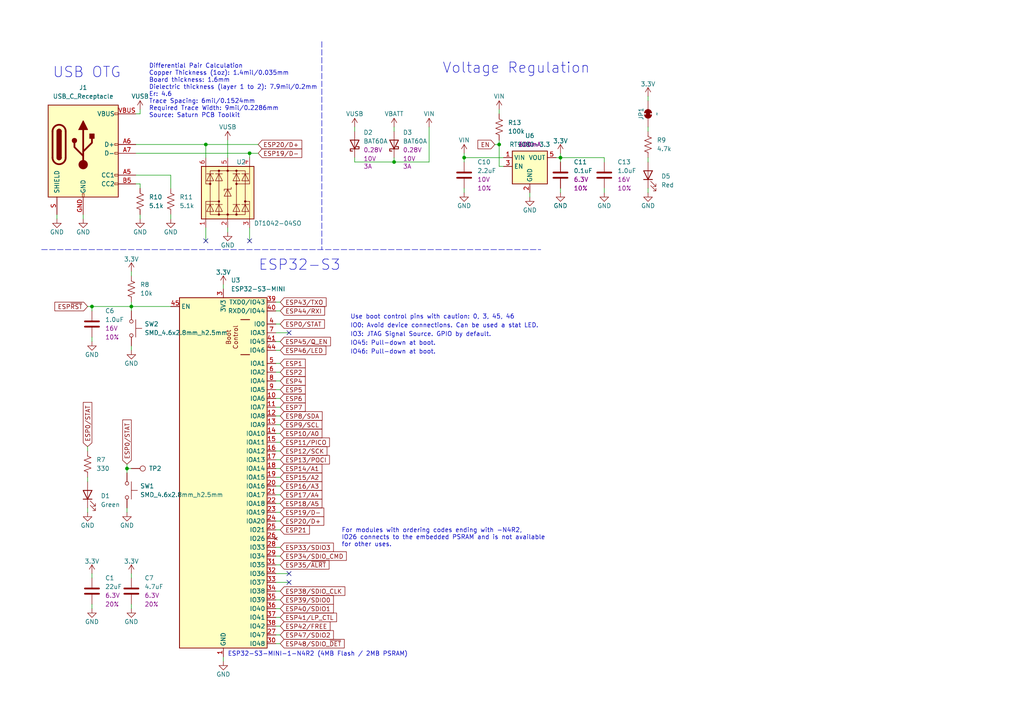
<source format=kicad_sch>
(kicad_sch (version 20250114) (generator "eeschema") (generator_version "9.0")
  (paper "A4")
  (lib_symbols
    (symbol "SparkFun-Capacitor:0.1uF_0402_6.3V_10%" (pin_numbers (hide yes)) (pin_names (offset 0.254))
      (property "Reference" "C" (at 0.635 2.54 0))
      (property "Value" "0.1uF" (at 0.635 -2.54 0))
      (property "Voltage" "6.3V" (at 0 -6.35 0))
      (property "Tolerance" "10%" (at 0 -8.89 0))
      (symbol "0.1uF_0402_6.3V_10%_1_1"
        (pin passive line (at 0 3.81 270) (length 2.794) (name "~") (number "1"))
        (pin passive line (at 0 -3.81 90) (length 2.794) (name "~") (number "2"))
      )
    )
    (symbol "SparkFun-Capacitor:1.0uF_0402_16V_10%" (pin_numbers (hide yes)) (pin_names (offset 0.254))
      (property "Reference" "C" (at 0.635 2.54 0))
      (property "Value" "1.0uF" (at 0.635 -2.54 0))
      (property "Voltage" "16V" (at 0 -6.35 0))
      (property "Tolerance" "10%" (at 0 -8.89 0))
      (symbol "1.0uF_0402_16V_10%_1_1"
        (pin passive line (at 0 3.81 270) (length 2.794) (name "~") (number "1"))
        (pin passive line (at 0 -3.81 90) (length 2.794) (name "~") (number "2"))
      )
    )
    (symbol "SparkFun-Capacitor:2.2uF_0402_10V_10%" (pin_numbers (hide yes)) (pin_names (offset 0.254))
      (property "Reference" "C" (at 0.635 2.54 0))
      (property "Value" "2.2uF" (at 0.635 -2.54 0))
      (property "Voltage" "10V" (at 0 -6.35 0))
      (property "Tolerance" "10%" (at 0 -8.89 0))
      (symbol "2.2uF_0402_10V_10%_1_1"
        (pin passive line (at 0 3.81 270) (length 2.794) (name "~") (number "1"))
        (pin passive line (at 0 -3.81 90) (length 2.794) (name "~") (number "2"))
      )
    )
    (symbol "SparkFun-Capacitor:22uF_0603_6.3V_20%" (pin_numbers (hide yes)) (pin_names (offset 0.254))
      (property "Reference" "C" (at 0.635 2.54 0))
      (property "Value" "22uF" (at 0.635 -2.54 0))
      (property "Voltage" "6.3V" (at 0 -6.35 0))
      (property "Tolerance" "20%" (at 0 -8.89 0))
      (symbol "22uF_0603_6.3V_20%_1_1"
        (pin passive line (at 0 3.81 270) (length 2.794) (name "~") (number "1"))
        (pin passive line (at 0 -3.81 90) (length 2.794) (name "~") (number "2"))
      )
    )
    (symbol "SparkFun-Capacitor:4.7uF_0402_6.3V_10%" (pin_numbers (hide yes)) (pin_names (offset 0.254))
      (property "Reference" "C" (at 0.635 2.54 0))
      (property "Value" "4.7uF" (at 0.635 -2.54 0))
      (property "Voltage" "6.3V" (at 0 -6.35 0))
      (property "Tolerance" "20%" (at 0 -8.89 0))
      (symbol "4.7uF_0402_6.3V_10%_1_1"
        (pin passive line (at 0 3.81 270) (length 2.794) (name "~") (number "1"))
        (pin passive line (at 0 -3.81 90) (length 2.794) (name "~") (number "2"))
      )
    )
    (symbol "SparkFun-Connector:TestPoint_1.0mm" (pin_numbers (hide yes)) (pin_names (offset 0.762) (hide yes))
      (property "Reference" "TP" (at 0 5.08 0))
      (symbol "TestPoint_1.0mm_1_1"
        (pin passive line (at 0 0 90) (length 2.54) (name "1") (number "1"))
      )
    )
    (symbol "SparkFun-Connector:USB_C_Receptacle" (pin_names (offset 1.016))
      (property "Reference" "J" (at -10.16 12.7 0))
      (property "Value" "USB_C_Receptacle" (at 19.05 12.7 0))
      (symbol "USB_C_Receptacle_1_1"
        (pin passive line (at -7.62 -20.32 90) (length 5.08) (name "SHIELD") (number "S"))
        (pin no_connect line (at -5.08 -15.24 90) (length 5.08) (hide yes) (name "NC") (number "NC1"))
        (pin no_connect line (at -3.81 -15.24 90) (length 5.08) (hide yes) (name "NC") (number "NC2"))
        (pin no_connect line (at -2.54 -15.24 90) (length 5.08) (hide yes) (name "NC") (number "NC3"))
        (pin passive line (at 0 -20.32 90) (length 5.08) (name "GND") (number "GND"))
        (pin no_connect line (at 2.54 -15.24 90) (length 5.08) (hide yes) (name "NC") (number "A8"))
        (pin no_connect line (at 3.81 -15.24 90) (length 5.08) (hide yes) (name "NC") (number "B8"))
        (pin power_out line (at 15.24 8.89 180) (length 5.08) (name "VBUS") (number "VBUS"))
        (pin bidirectional line (at 15.24 0 180) (length 5.08) (name "D+") (number "A6"))
        (pin bidirectional line (at 15.24 0 180) (length 5.08) (hide yes) (name "D+") (number "B6"))
        (pin bidirectional line (at 15.24 -2.54 180) (length 5.08) (name "D-") (number "A7"))
        (pin bidirectional line (at 15.24 -2.54 180) (length 5.08) (hide yes) (name "D-") (number "B7"))
        (pin bidirectional line (at 15.24 -8.89 180) (length 5.08) (name "CC1") (number "A5"))
        (pin bidirectional line (at 15.24 -11.43 180) (length 5.08) (name "CC2") (number "B5"))
      )
    )
    (symbol "SparkFun-DiscreteSemi:D_Schottky_3A_10V_0.28V" (pin_numbers (hide yes)) (pin_names (offset 1.016) (hide yes))
      (property "Reference" "D" (at 0 2.54 0))
      (property "Value" "BAT60A" (at 0 -2.54 0))
      (property "IMax" "3A" (at 0 -5.08 0))
      (property "VDrop" "0.28V" (at 0 -10.16 0))
      (property "VMax" "10V" (at 0 -7.62 0))
      (symbol "D_Schottky_3A_10V_0.28V_1_1"
        (pin passive line (at -3.81 0 0) (length 2.54) (name "C") (number "C"))
        (pin passive line (at 3.81 0 180) (length 2.54) (name "A") (number "A"))
      )
    )
    (symbol "SparkFun-DiscreteSemi:D_TVS_ESD_USB" (pin_names (hide yes))
      (property "Reference" "D" (at -8.636 -2.794 90))
      (property "Value" "DT1042-04SO" (at 9.398 -8.382 90))
      (symbol "D_TVS_ESD_USB_1_1"
        (pin passive line (at -6.35 8.89 270) (length 2.54) (name "I/O4") (number "6"))
        (pin passive line (at -6.35 -11.43 90) (length 2.54) (name "I/O1") (number "1"))
        (pin passive line (at 0 8.89 270) (length 2.54) (name "VCC") (number "5"))
        (pin passive line (at 0 -11.43 90) (length 2.54) (name "GND") (number "2"))
        (pin passive line (at 6.35 8.89 270) (length 2.54) (name "I/O3") (number "4"))
        (pin passive line (at 6.35 -11.43 90) (length 2.54) (name "I/O2") (number "3"))
      )
    )
    (symbol "SparkFun-Jumper:SolderJumper_2_Bridged" (pin_numbers (hide yes)) (pin_names (offset 0) (hide yes))
      (property "Reference" "JP" (at 0 2.032 0))
      (property "Value" "~" (at 0 -2.54 0))
      (symbol "SolderJumper_2_Bridged_1_1"
        (pin passive line (at -3.81 0 0) (length 2.54) (name "A") (number "1"))
        (pin passive line (at 3.81 0 180) (length 2.54) (name "B") (number "2"))
      )
    )
    (symbol "SparkFun-LED:LED_Green_0603" (pin_numbers (hide yes)) (pin_names (offset 1.016) (hide yes))
      (property "Reference" "D" (at 0 2.54 0))
      (property "Value" "Green" (at 0 -2.54 0))
      (symbol "LED_Green_0603_1_1"
        (pin passive line (at -3.81 0 0) (length 2.54) (name "K") (number "1"))
        (pin passive line (at 3.81 0 180) (length 2.54) (name "A") (number "2"))
      )
    )
    (symbol "SparkFun-LED:LED_Red_0603" (pin_numbers (hide yes)) (pin_names (offset 1.016) (hide yes))
      (property "Reference" "D" (at 0 2.54 0))
      (property "Value" "Red" (at 0 -2.54 0))
      (symbol "LED_Red_0603_1_1"
        (pin passive line (at -3.81 0 0) (length 2.54) (name "K") (number "1"))
        (pin passive line (at 3.81 0 180) (length 2.54) (name "A") (number "2"))
      )
    )
    (symbol "SparkFun-PowerSymbol:3.3V" (power) (pin_names (offset 0))
      (property "Value" "3.3V" (at 0 3.81 0))
      (symbol "3.3V_1_1"
        (pin power_in line (at 0 0 90) (length 0) (hide yes) (name "3.3V") (number "1"))
      )
    )
    (symbol "SparkFun-PowerSymbol:GND" (power) (pin_names (offset 0))
      (property "Value" "GND" (at 0 -3.81 0))
      (symbol "GND_1_1"
        (pin power_in line (at 0 0 270) (length 0) (hide yes) (name "GND") (number "1"))
      )
    )
    (symbol "SparkFun-PowerSymbol:VBATT" (power) (pin_names (offset 0))
      (property "Value" "VBATT" (at 0 3.81 0))
      (symbol "VBATT_1_1"
        (pin power_in line (at 0 0 90) (length 0) (hide yes) (name "VBATT") (number "1"))
      )
    )
    (symbol "SparkFun-PowerSymbol:VIN" (power) (pin_names (offset 0))
      (property "Value" "VIN" (at 0 3.81 0))
      (symbol "VIN_1_1"
        (pin power_in line (at 0 0 90) (length 0) (hide yes) (name "VIN") (number "1"))
      )
    )
    (symbol "SparkFun-PowerSymbol:VUSB" (power) (pin_names (offset 0))
      (property "Value" "VUSB" (at 0 3.81 0))
      (symbol "VUSB_1_1"
        (pin power_in line (at 0 0 90) (length 0) (hide yes) (name "VUSB") (number "1"))
      )
    )
    (symbol "SparkFun-RF:ESP32-S3-MINI"
      (property "Reference" "U" (at -12.7 48.26 0))
      (property "Value" "ESP32-S3-MINI" (at 1.27 48.26 0))
      (symbol "ESP32-S3-MINI_1_1"
        (text "Boot\nControl" (at 2.54 35.56 900) (effects (font (size 1.27 1.27))))
        (pin input line (at -15.24 44.45 0) (length 2.54) (name "EN") (number "45"))
        (pin power_in line (at 0 49.53 270) (length 2.54) (name "3V3") (number "3"))
        (pin power_in line (at 0 -57.15 90) (length 2.54) (name "GND") (number "1"))
        (pin passive line (at 0 -57.15 90) (length 2.54) (hide yes) (name "GND") (number "2"))
        (pin passive line (at 0 -57.15 90) (length 2.54) (hide yes) (name "GND") (number "42"))
        (pin passive line (at 0 -57.15 90) (length 2.54) (hide yes) (name "GND") (number "43"))
        (pin passive line (at 0 -57.15 90) (length 2.54) (hide yes) (name "GND") (number "46"))
        (pin passive line (at 0 -57.15 90) (length 2.54) (hide yes) (name "GND") (number "47"))
        (pin passive line (at 0 -57.15 90) (length 2.54) (hide yes) (name "GND") (number "48"))
        (pin passive line (at 0 -57.15 90) (length 2.54) (hide yes) (name "GND") (number "49"))
        (pin passive line (at 0 -57.15 90) (length 2.54) (hide yes) (name "GND") (number "50"))
        (pin passive line (at 0 -57.15 90) (length 2.54) (hide yes) (name "GND") (number "51"))
        (pin passive line (at 0 -57.15 90) (length 2.54) (hide yes) (name "GND") (number "52"))
        (pin passive line (at 0 -57.15 90) (length 2.54) (hide yes) (name "GND") (number "53"))
        (pin passive line (at 0 -57.15 90) (length 2.54) (hide yes) (name "GND") (number "54"))
        (pin passive line (at 0 -57.15 90) (length 2.54) (hide yes) (name "GND") (number "55"))
        (pin passive line (at 0 -57.15 90) (length 2.54) (hide yes) (name "GND") (number "56"))
        (pin passive line (at 0 -57.15 90) (length 2.54) (hide yes) (name "GND") (number "57"))
        (pin passive line (at 0 -57.15 90) (length 2.54) (hide yes) (name "GND") (number "58"))
        (pin passive line (at 0 -57.15 90) (length 2.54) (hide yes) (name "GND") (number "59"))
        (pin passive line (at 0 -57.15 90) (length 2.54) (hide yes) (name "GND") (number "60"))
        (pin passive line (at 0 -57.15 90) (length 2.54) (hide yes) (name "GND") (number "61"))
        (pin passive line (at 0 -57.15 90) (length 2.54) (hide yes) (name "GND") (number "62"))
        (pin passive line (at 0 -57.15 90) (length 2.54) (hide yes) (name "GND") (number "63"))
        (pin passive line (at 0 -57.15 90) (length 2.54) (hide yes) (name "GND") (number "64"))
        (pin passive line (at 0 -57.15 90) (length 2.54) (hide yes) (name "GND") (number "65"))
        (pin bidirectional line (at 15.24 45.72 180) (length 2.54) (name "TXD0/IO43") (number "39"))
        (pin bidirectional line (at 15.24 43.18 180) (length 2.54) (name "RXD0/IO44") (number "40"))
        (pin bidirectional line (at 15.24 39.37 180) (length 2.54) (name "IO0") (number "4"))
        (pin bidirectional line (at 15.24 36.83 180) (length 2.54) (name "IOA3") (number "7"))
        (pin bidirectional line (at 15.24 34.29 180) (length 2.54) (name "IO45") (number "41"))
        (pin bidirectional line (at 15.24 31.75 180) (length 2.54) (name "IO46") (number "44"))
        (pin bidirectional line (at 15.24 27.94 180) (length 2.54) (name "IOA1") (number "5"))
        (pin bidirectional line (at 15.24 25.4 180) (length 2.54) (name "IOA2") (number "6"))
        (pin bidirectional line (at 15.24 22.86 180) (length 2.54) (name "IOA4") (number "8"))
        (pin bidirectional line (at 15.24 20.32 180) (length 2.54) (name "IOA5") (number "9"))
        (pin bidirectional line (at 15.24 17.78 180) (length 2.54) (name "IOA6") (number "10"))
        (pin bidirectional line (at 15.24 15.24 180) (length 2.54) (name "IOA7") (number "11"))
        (pin bidirectional line (at 15.24 12.7 180) (length 2.54) (name "IOA8") (number "12"))
        (pin bidirectional line (at 15.24 10.16 180) (length 2.54) (name "IOA9") (number "13"))
        (pin bidirectional line (at 15.24 7.62 180) (length 2.54) (name "IOA10") (number "14"))
        (pin bidirectional line (at 15.24 5.08 180) (length 2.54) (name "IOA11") (number "15"))
        (pin bidirectional line (at 15.24 2.54 180) (length 2.54) (name "IOA12") (number "16"))
        (pin bidirectional line (at 15.24 0 180) (length 2.54) (name "IOA13") (number "17"))
        (pin bidirectional line (at 15.24 -2.54 180) (length 2.54) (name "IOA14") (number "18"))
        (pin bidirectional line (at 15.24 -5.08 180) (length 2.54) (name "IOA15") (number "19"))
        (pin bidirectional line (at 15.24 -7.62 180) (length 2.54) (name "IOA16") (number "20"))
        (pin bidirectional line (at 15.24 -10.16 180) (length 2.54) (name "IOA17") (number "21"))
        (pin bidirectional line (at 15.24 -12.7 180) (length 2.54) (name "IOA18") (number "22"))
        (pin bidirectional line (at 15.24 -15.24 180) (length 2.54) (name "IOA19") (number "23"))
        (pin bidirectional line (at 15.24 -17.78 180) (length 2.54) (name "IOA20") (number "24"))
        (pin bidirectional line (at 15.24 -20.32 180) (length 2.54) (name "IO21") (number "25"))
        (pin no_connect line (at 15.24 -22.86 180) (length 2.54) (name "IO26") (number "26"))
        (pin bidirectional line (at 15.24 -25.4 180) (length 2.54) (name "IO33") (number "28"))
        (pin bidirectional line (at 15.24 -27.94 180) (length 2.54) (name "IO34") (number "29"))
        (pin bidirectional line (at 15.24 -30.48 180) (length 2.54) (name "IO35") (number "31"))
        (pin bidirectional line (at 15.24 -33.02 180) (length 2.54) (name "IO36") (number "32"))
        (pin bidirectional line (at 15.24 -35.56 180) (length 2.54) (name "IO37") (number "33"))
        (pin bidirectional line (at 15.24 -38.1 180) (length 2.54) (name "IO38") (number "34"))
        (pin bidirectional line (at 15.24 -40.64 180) (length 2.54) (name "IO39") (number "35"))
        (pin bidirectional line (at 15.24 -43.18 180) (length 2.54) (name "IO40") (number "36"))
        (pin bidirectional line (at 15.24 -45.72 180) (length 2.54) (name "IO41") (number "37"))
        (pin bidirectional line (at 15.24 -48.26 180) (length 2.54) (name "IO42") (number "38"))
        (pin bidirectional line (at 15.24 -50.8 180) (length 2.54) (name "IO47") (number "27"))
        (pin bidirectional line (at 15.24 -53.34 180) (length 2.54) (name "IO48") (number "30"))
      )
    )
    (symbol "SparkFun-Regulator:RT9080-3.3"
      (property "Reference" "U3" (at 0 13.97 0))
      (property "Value" "RT9080-3.3" (at 0 11.43 0))
      (property "VMax" "5.5V" (at 0 8.89 0) (show_name))
      (property "IMax" "600mA" (at 0 6.35 0) (show_name))
      (symbol "RT9080-3.3_1_1"
        (pin power_in line (at -7.62 2.54 0) (length 2.54) (name "VIN") (number "1"))
        (pin input line (at -7.62 0 0) (length 2.54) (name "EN") (number "3"))
        (pin power_in line (at 0 -7.62 90) (length 2.54) (name "GND") (number "2"))
        (pin no_connect line (at 5.08 0 180) (length 2.54) (hide yes) (name "NC") (number "4"))
        (pin power_out line (at 7.62 2.54 180) (length 2.54) (name "VOUT") (number "5"))
      )
    )
    (symbol "SparkFun-Resistor:100k_0402" (pin_numbers (hide yes)) (pin_names (offset 0))
      (property "Reference" "R" (at 0 -2.54 0))
      (property "Value" "100k" (at 0 2.54 0))
      (symbol "100k_0402_1_1"
        (pin passive line (at -3.81 0 0) (length 1.27) (name "~") (number "2"))
        (pin passive line (at 3.81 0 180) (length 1.27) (name "~") (number "1"))
      )
    )
    (symbol "SparkFun-Resistor:10k_0402" (pin_numbers (hide yes)) (pin_names (offset 0))
      (property "Reference" "R" (at 0 -2.54 0))
      (property "Value" "10k" (at 0 2.54 0))
      (symbol "10k_0402_1_1"
        (pin passive line (at -3.81 0 0) (length 1.27) (name "~") (number "2"))
        (pin passive line (at 3.81 0 180) (length 1.27) (name "~") (number "1"))
      )
    )
    (symbol "SparkFun-Resistor:330_0402" (pin_numbers (hide yes)) (pin_names (offset 0))
      (property "Reference" "R" (at 0 -2.54 0))
      (property "Value" "330" (at 0 2.54 0))
      (symbol "330_0402_1_1"
        (pin passive line (at -3.81 0 0) (length 1.27) (name "~") (number "2"))
        (pin passive line (at 3.81 0 180) (length 1.27) (name "~") (number "1"))
      )
    )
    (symbol "SparkFun-Resistor:4.7k_0402" (pin_numbers (hide yes)) (pin_names (offset 0))
      (property "Reference" "R" (at 0 -2.54 0))
      (property "Value" "4.7k" (at 0 2.54 0))
      (symbol "4.7k_0402_1_1"
        (pin passive line (at -3.81 0 0) (length 1.27) (name "~") (number "2"))
        (pin passive line (at 3.81 0 180) (length 1.27) (name "~") (number "1"))
      )
    )
    (symbol "SparkFun-Resistor:5.1k_0402" (pin_numbers (hide yes)) (pin_names (offset 0))
      (property "Reference" "R" (at 0 -2.54 0))
      (property "Value" "5.1k" (at 0 2.54 0))
      (symbol "5.1k_0402_1_1"
        (pin passive line (at -3.81 0 0) (length 1.27) (name "~") (number "2"))
        (pin passive line (at 3.81 0 180) (length 1.27) (name "~") (number "1"))
      )
    )
    (symbol "SparkFun-Switch:SPST_Push_SMD_4.6x2.8mm_h2.5mm" (pin_numbers (hide yes)) (pin_names (offset 0) (hide yes))
      (property "Reference" "SW" (at 0 5.08 0))
      (property "Value" "SMD_4.6x2.8mm_h2.5mm" (at 0 -2.54 0))
      (symbol "SPST_Push_SMD_4.6x2.8mm_h2.5mm_0_1"
        (pin passive line (at -5.08 0 0) (length 2.54) (name "1") (number "1"))
      )
      (symbol "SPST_Push_SMD_4.6x2.8mm_h2.5mm_1_1"
        (pin passive line (at 5.08 0 180) (length 2.54) (name "2") (number "2"))
      )
    )
  )
  (text "IO0: Avoid device connections. Can be used a stat LED." (at 101.6 95.25 0) (effects (font (size 1.27 1.27)) (justify left bottom)))
  (text "IO3: JTAG Signal Source. GPIO by default." (at 101.6 97.79 0) (effects (font (size 1.27 1.27)) (justify left bottom)))
  (text "Differential Pair Calculation\nCopper Thickness (1oz): 1.4mil/0.035mm\nBoard thickness: 1.6mm\nDielectric thickness (layer 1 to 2): 7.9mil/0.2mm\nEr: 4.6\nTrace Spacing: 6mil/0.1524mm\nRequired Trace Width: 9mil/0.2286mm\nSource: Saturn PCB Toolkit" (at 43.18 34.29 0) (effects (font (size 1.27 1.27)) (justify left bottom)))
  (text "For modules with ordering codes ending with -N4R2, \nIO26 connects to the embedded PSRAM and is not available\nfor other uses." (at 99.06 158.75 0) (effects (font (size 1.27 1.27)) (justify left bottom)))
  (text "ESP32-S3-MINI-1-N4R2 (4MB Flash / 2MB PSRAM)" (at 66.04 190.5 0) (effects (font (size 1.27 1.27)) (justify left bottom)))
  (text "Voltage Regulation" (at 128.27 21.59 0) (effects (font (size 3 3)) (justify left bottom)))
  (text "IO45: Pull-down at boot." (at 101.6 100.33 0) (effects (font (size 1.27 1.27)) (justify left bottom)))
  (text "Use boot control pins with caution: 0, 3, 45, 46" (at 101.6 92.71 0) (effects (font (size 1.27 1.27)) (justify left bottom)))
  (text "ESP32-S3" (at 74.93 78.74 0) (effects (font (size 3 3)) (justify left bottom)))
  (text "IO46: Pull-down at boot." (at 101.6 102.87 0) (effects (font (size 1.27 1.27)) (justify left bottom)))
  (text "USB OTG" (at 15.24 22.86 0) (effects (font (size 3 3)) (justify left bottom)))
  (junction (at 26.67 88.9))
  (junction (at 162.56 45.72))
  (junction (at 114.3 46.99))
  (junction (at 72.39 44.45))
  (junction (at 134.62 45.72))
  (junction (at 36.83 135.89))
  (junction (at 144.78 41.91))
  (junction (at 59.69 41.91))
  (junction (at 38.1 88.9))
  (no_connect (at 83.82 168.91))
  (no_connect (at 59.69 69.85))
  (no_connect (at 83.82 166.37))
  (no_connect (at 72.39 69.85))
  (no_connect (at 83.82 96.52))
  (wire (pts (xy 114.3 46.99) (xy 124.46 46.99)))
  (wire (pts (xy 72.39 66.04) (xy 72.39 69.85)))
  (wire (pts (xy 26.67 88.9) (xy 26.67 90.17)))
  (wire (pts (xy 80.01 90.17) (xy 81.28 90.17)))
  (wire (pts (xy 80.01 133.35) (xy 81.28 133.35)))
  (wire (pts (xy 80.01 184.15) (xy 81.28 184.15)))
  (wire (pts (xy 39.37 50.8) (xy 49.53 50.8)))
  (wire (pts (xy 153.67 55.88) (xy 153.67 57.15)))
  (wire (pts (xy 38.1 176.53) (xy 38.1 175.26)))
  (wire (pts (xy 26.67 176.53) (xy 26.67 175.26)))
  (wire (pts (xy 26.67 167.64) (xy 26.67 166.37)))
  (wire (pts (xy 36.83 147.32) (xy 36.83 148.59)))
  (wire (pts (xy 80.01 168.91) (xy 83.82 168.91)))
  (wire (pts (xy 80.01 120.65) (xy 81.28 120.65)))
  (wire (pts (xy 38.1 88.9) (xy 49.53 88.9)))
  (wire (pts (xy 80.01 107.95) (xy 81.28 107.95)))
  (wire (pts (xy 80.01 173.99) (xy 81.28 173.99)))
  (wire (pts (xy 39.37 44.45) (xy 72.39 44.45)))
  (wire (pts (xy 80.01 158.75) (xy 81.28 158.75)))
  (wire (pts (xy 114.3 38.1) (xy 114.3 36.83)))
  (wire (pts (xy 36.83 135.89) (xy 36.83 137.16)))
  (wire (pts (xy 80.01 181.61) (xy 81.28 181.61)))
  (wire (pts (xy 80.01 130.81) (xy 81.28 130.81)))
  (wire (pts (xy 80.01 153.67) (xy 81.28 153.67)))
  (wire (pts (xy 80.01 138.43) (xy 81.28 138.43)))
  (wire (pts (xy 80.01 179.07) (xy 81.28 179.07)))
  (wire (pts (xy 161.29 45.72) (xy 162.56 45.72)))
  (wire (pts (xy 80.01 176.53) (xy 81.28 176.53)))
  (wire (pts (xy 39.37 53.34) (xy 40.64 53.34)))
  (wire (pts (xy 72.39 44.45) (xy 72.39 45.72)))
  (wire (pts (xy 144.78 40.64) (xy 144.78 41.91)))
  (wire (pts (xy 80.01 115.57) (xy 81.28 115.57)))
  (wire (pts (xy 143.51 41.91) (xy 144.78 41.91)))
  (wire (pts (xy 162.56 45.72) (xy 162.56 46.99)))
  (wire (pts (xy 40.64 63.5) (xy 40.64 62.23)))
  (wire (pts (xy 80.01 113.03) (xy 81.28 113.03)))
  (wire (pts (xy 162.56 44.45) (xy 162.56 45.72)))
  (wire (pts (xy 40.64 53.34) (xy 40.64 54.61)))
  (wire (pts (xy 38.1 135.89) (xy 36.83 135.89)))
  (wire (pts (xy 72.39 44.45) (xy 74.93 44.45)))
  (wire (pts (xy 26.67 97.79) (xy 26.67 99.06)))
  (wire (pts (xy 25.4 88.9) (xy 26.67 88.9)))
  (wire (pts (xy 26.67 88.9) (xy 38.1 88.9)))
  (wire (pts (xy 80.01 110.49) (xy 81.28 110.49)))
  (wire (pts (xy 24.13 62.23) (xy 24.13 63.5)))
  (wire (pts (xy 134.62 44.45) (xy 134.62 45.72)))
  (wire (pts (xy 25.4 138.43) (xy 25.4 139.7)))
  (wire (pts (xy 40.64 31.75) (xy 40.64 33.02)))
  (wire (pts (xy 64.77 82.55) (xy 64.77 83.82)))
  (wire (pts (xy 134.62 45.72) (xy 134.62 46.99)))
  (wire (pts (xy 187.96 38.1) (xy 187.96 36.83)))
  (wire (pts (xy 49.53 63.5) (xy 49.53 62.23)))
  (wire (pts (xy 80.01 186.69) (xy 81.28 186.69)))
  (wire (pts (xy 175.26 54.61) (xy 175.26 55.88)))
  (wire (pts (xy 39.37 41.91) (xy 59.69 41.91)))
  (wire (pts (xy 66.04 40.64) (xy 66.04 45.72)))
  (wire (pts (xy 80.01 125.73) (xy 81.28 125.73)))
  (wire (pts (xy 80.01 166.37) (xy 83.82 166.37)))
  (wire (pts (xy 80.01 135.89) (xy 81.28 135.89)))
  (wire (pts (xy 175.26 45.72) (xy 175.26 46.99)))
  (wire (pts (xy 134.62 54.61) (xy 134.62 55.88)))
  (wire (pts (xy 80.01 123.19) (xy 81.28 123.19)))
  (wire (pts (xy 102.87 36.83) (xy 102.87 38.1)))
  (wire (pts (xy 187.96 27.94) (xy 187.96 29.21)))
  (wire (pts (xy 146.05 48.26) (xy 144.78 48.26)))
  (wire (pts (xy 80.01 87.63) (xy 81.28 87.63)))
  (wire (pts (xy 80.01 151.13) (xy 81.28 151.13)))
  (wire (pts (xy 80.01 140.97) (xy 81.28 140.97)))
  (wire (pts (xy 187.96 54.61) (xy 187.96 55.88)))
  (wire (pts (xy 80.01 148.59) (xy 81.28 148.59)))
  (wire (pts (xy 64.77 191.77) (xy 64.77 190.5)))
  (wire (pts (xy 80.01 93.98) (xy 81.28 93.98)))
  (wire (pts (xy 49.53 50.8) (xy 49.53 54.61)))
  (wire (pts (xy 25.4 147.32) (xy 25.4 148.59)))
  (wire (pts (xy 40.64 33.02) (xy 39.37 33.02)))
  (wire (pts (xy 144.78 41.91) (xy 144.78 48.26)))
  (polyline (pts (xy 93.345 12.065) (xy 93.345 72.39)) (stroke (width 0) (type dash)))
  (wire (pts (xy 25.4 129.54) (xy 25.4 130.81)))
  (wire (pts (xy 102.87 46.99) (xy 114.3 46.99)))
  (wire (pts (xy 80.01 99.06) (xy 81.28 99.06)))
  (wire (pts (xy 80.01 146.05) (xy 81.28 146.05)))
  (wire (pts (xy 66.04 66.04) (xy 66.04 67.31)))
  (wire (pts (xy 16.51 62.23) (xy 16.51 63.5)))
  (wire (pts (xy 80.01 118.11) (xy 81.28 118.11)))
  (polyline (pts (xy 12.065 72.39) (xy 156.845 72.39)) (stroke (width 0) (type dash)))
  (wire (pts (xy 134.62 45.72) (xy 146.05 45.72)))
  (wire (pts (xy 80.01 96.52) (xy 83.82 96.52)))
  (wire (pts (xy 59.69 41.91) (xy 74.93 41.91)))
  (wire (pts (xy 102.87 45.72) (xy 102.87 46.99)))
  (wire (pts (xy 38.1 167.64) (xy 38.1 166.37)))
  (wire (pts (xy 80.01 101.6) (xy 81.28 101.6)))
  (wire (pts (xy 80.01 143.51) (xy 81.28 143.51)))
  (wire (pts (xy 80.01 105.41) (xy 81.28 105.41)))
  (wire (pts (xy 59.69 66.04) (xy 59.69 69.85)))
  (wire (pts (xy 80.01 163.83) (xy 81.28 163.83)))
  (wire (pts (xy 124.46 36.83) (xy 124.46 46.99)))
  (wire (pts (xy 80.01 171.45) (xy 81.28 171.45)))
  (wire (pts (xy 80.01 161.29) (xy 81.28 161.29)))
  (wire (pts (xy 80.01 128.27) (xy 81.28 128.27)))
  (wire (pts (xy 59.69 41.91) (xy 59.69 45.72)))
  (wire (pts (xy 114.3 45.72) (xy 114.3 46.99)))
  (wire (pts (xy 162.56 45.72) (xy 175.26 45.72)))
  (wire (pts (xy 162.56 54.61) (xy 162.56 55.88)))
  (wire (pts (xy 38.1 101.6) (xy 38.1 100.33)))
  (wire (pts (xy 36.83 134.62) (xy 36.83 135.89)))
  (wire (pts (xy 38.1 88.9) (xy 38.1 87.63)))
  (wire (pts (xy 144.78 31.75) (xy 144.78 33.02)))
  (wire (pts (xy 187.96 46.99) (xy 187.96 45.72)))
  (wire (pts (xy 38.1 88.9) (xy 38.1 90.17)))
  (wire (pts (xy 38.1 78.74) (xy 38.1 80.01)))
  (global_label "ESP13{slash}POCI" (shape input) (at 81.28 133.35 0) (property "Intersheetrefs" "${INTERSHEET_REFS}" (effects (hide yes))))
  (global_label "ESP42{slash}FREE" (shape input) (at 81.28 181.61 0) (property "Intersheetrefs" "${INTERSHEET_REFS}" (effects (hide yes))))
  (global_label "ESP33{slash}SDIO3" (shape input) (at 81.28 158.75 0) (property "Intersheetrefs" "${INTERSHEET_REFS}" (effects (hide yes))))
  (global_label "ESP5" (shape input) (at 81.28 113.03 0) (property "Intersheetrefs" "${INTERSHEET_REFS}" (effects (hide yes))))
  (global_label "ESP19{slash}D-" (shape input) (at 81.28 148.59 0) (property "Intersheetrefs" "${INTERSHEET_REFS}" (effects (hide yes))))
  (global_label "ESP45{slash}Q_EN" (shape input) (at 81.28 99.06 0) (property "Intersheetrefs" "${INTERSHEET_REFS}" (effects (hide yes))))
  (global_label "ESP43{slash}TXO" (shape input) (at 81.28 87.63 0) (property "Intersheetrefs" "${INTERSHEET_REFS}" (effects (hide yes))))
  (global_label "ESP35{slash}~{ALRT}" (shape input) (at 81.28 163.83 0) (property "Intersheetrefs" "${INTERSHEET_REFS}" (effects (hide yes))))
  (global_label "ESP11{slash}PICO" (shape input) (at 81.28 128.27 0) (property "Intersheetrefs" "${INTERSHEET_REFS}" (effects (hide yes))))
  (global_label "ESP41{slash}LP_CTL" (shape input) (at 81.28 179.07 0) (property "Intersheetrefs" "${INTERSHEET_REFS}" (effects (hide yes))))
  (global_label "ESP2" (shape input) (at 81.28 107.95 0) (property "Intersheetrefs" "${INTERSHEET_REFS}" (effects (hide yes))))
  (global_label "ESP17{slash}A4" (shape input) (at 81.28 143.51 0) (property "Intersheetrefs" "${INTERSHEET_REFS}" (effects (hide yes))))
  (global_label "ESP12{slash}SCK" (shape input) (at 81.28 130.81 0) (property "Intersheetrefs" "${INTERSHEET_REFS}" (effects (hide yes))))
  (global_label "ESP8{slash}SDA" (shape input) (at 81.28 120.65 0) (property "Intersheetrefs" "${INTERSHEET_REFS}" (effects (hide yes))))
  (global_label "ESP48{slash}SDIO_~{DET}" (shape input) (at 81.28 186.69 0) (property "Intersheetrefs" "${INTERSHEET_REFS}" (effects (hide yes))))
  (global_label "ESP4" (shape input) (at 81.28 110.49 0) (property "Intersheetrefs" "${INTERSHEET_REFS}" (effects (hide yes))))
  (global_label "ESP44{slash}RXI" (shape input) (at 81.28 90.17 0) (property "Intersheetrefs" "${INTERSHEET_REFS}" (effects (hide yes))))
  (global_label "ESP0{slash}STAT" (shape input) (at 25.4 129.54 90) (property "Intersheetrefs" "${INTERSHEET_REFS}" (effects (hide yes))))
  (global_label "ESP14{slash}A1" (shape input) (at 81.28 135.89 0) (property "Intersheetrefs" "${INTERSHEET_REFS}" (effects (hide yes))))
  (global_label "ESP21" (shape input) (at 81.28 153.67 0) (property "Intersheetrefs" "${INTERSHEET_REFS}" (effects (hide yes))))
  (global_label "ESP9{slash}SCL" (shape input) (at 81.28 123.19 0) (property "Intersheetrefs" "${INTERSHEET_REFS}" (effects (hide yes))))
  (global_label "ESP18{slash}A5" (shape input) (at 81.28 146.05 0) (property "Intersheetrefs" "${INTERSHEET_REFS}" (effects (hide yes))))
  (global_label "EN" (shape input) (at 143.51 41.91 180) (property "Intersheetrefs" "${INTERSHEET_REFS}" (effects (hide yes))))
  (global_label "ESP0{slash}STAT" (shape input) (at 81.28 93.98 0) (property "Intersheetrefs" "${INTERSHEET_REFS}" (effects (hide yes))))
  (global_label "ESP19{slash}D-" (shape input) (at 74.8899 44.45 0) (property "Intersheetrefs" "${INTERSHEET_REFS}" (effects (hide yes))))
  (global_label "ESP39{slash}SDIO0" (shape input) (at 81.28 173.99 0) (property "Intersheetrefs" "${INTERSHEET_REFS}" (effects (hide yes))))
  (global_label "ESP~{RST}" (shape input) (at 25.4 88.9 180) (property "Intersheetrefs" "${INTERSHEET_REFS}" (effects (hide yes))))
  (global_label "ESP20{slash}D+" (shape input) (at 81.28 151.13 0) (property "Intersheetrefs" "${INTERSHEET_REFS}" (effects (hide yes))))
  (global_label "ESP16{slash}A3" (shape input) (at 81.28 140.97 0) (property "Intersheetrefs" "${INTERSHEET_REFS}" (effects (hide yes))))
  (global_label "ESP10{slash}A0" (shape input) (at 81.28 125.73 0) (property "Intersheetrefs" "${INTERSHEET_REFS}" (effects (hide yes))))
  (global_label "ESP20{slash}D+" (shape input) (at 74.8899 41.91 0) (property "Intersheetrefs" "${INTERSHEET_REFS}" (effects (hide yes))))
  (global_label "ESP7" (shape input) (at 81.28 118.11 0) (property "Intersheetrefs" "${INTERSHEET_REFS}" (effects (hide yes))))
  (global_label "ESP0{slash}STAT" (shape input) (at 36.83 134.62 90) (property "Intersheetrefs" "${INTERSHEET_REFS}" (effects (hide yes))))
  (global_label "ESP1" (shape input) (at 81.28 105.41 0) (property "Intersheetrefs" "${INTERSHEET_REFS}" (effects (hide yes))))
  (global_label "ESP47{slash}SDIO2" (shape input) (at 81.28 184.15 0) (property "Intersheetrefs" "${INTERSHEET_REFS}" (effects (hide yes))))
  (global_label "ESP38{slash}SDIO_CLK" (shape input) (at 81.28 171.45 0) (property "Intersheetrefs" "${INTERSHEET_REFS}" (effects (hide yes))))
  (global_label "ESP15{slash}A2" (shape input) (at 81.28 138.43 0) (property "Intersheetrefs" "${INTERSHEET_REFS}" (effects (hide yes))))
  (global_label "ESP46{slash}LED" (shape input) (at 81.28 101.6 0) (property "Intersheetrefs" "${INTERSHEET_REFS}" (effects (hide yes))))
  (global_label "ESP34{slash}SDIO_CMD" (shape input) (at 81.28 161.29 0) (property "Intersheetrefs" "${INTERSHEET_REFS}" (effects (hide yes))))
  (global_label "ESP6" (shape input) (at 81.28 115.57 0) (property "Intersheetrefs" "${INTERSHEET_REFS}" (effects (hide yes))))
  (global_label "ESP40{slash}SDIO1" (shape input) (at 81.28 176.53 0) (property "Intersheetrefs" "${INTERSHEET_REFS}" (effects (hide yes))))
  (symbol (lib_id "SparkFun-Resistor:100k_0402") (at 144.78 36.83 90) (unit 1)
    (property "Reference" "R13" (at 147.32 35.56 90) (effects (justify right)))
    (property "Value" "100k" (at 147.32 38.1 90) (effects (justify right)))
    (property "Footprint" "SparkFun-Resistor:R_0402_1005Metric" (effects (hide yes)))
    (property "Datasheet" "https://www.vishay.com/docs/20035/dcrcwe3.pdf" (effects (hide yes)))
    (property "Description" "Resistor" (effects (hide yes)))
    (property "PROD_ID" "RES-13495" (effects (hide yes)))
  )
  (symbol (lib_id "SparkFun-Connector:TestPoint_1.0mm") (at 38.1 135.89 270) (unit 1)
    (property "Reference" "TP2" (at 43.18 135.89 90) (effects (justify left)))
    (property "Value" "1.0mm" (effects (hide yes)))
    (property "Footprint" "SparkFun-Connector:TestPoint-1.0mm" (effects (hide yes)))
    (property "Description" "Test Point" (effects (hide yes)))
  )
  (symbol (lib_id "SparkFun-PowerSymbol:GND") (at 25.4 148.59 0) (unit 1)
    (property "Reference" "#PWR0117" (effects (hide yes)))
    (property "Value" "GND" (at 25.4 152.4 0))
    (property "Description" "Power symbol creates a global label with name \"GND\" , ground" (effects (hide yes)))
  )
  (symbol (lib_id "SparkFun-PowerSymbol:GND") (at 26.67 99.06 0) (unit 1)
    (property "Reference" "#PWR0113" (effects (hide yes)))
    (property "Value" "GND" (at 26.67 102.87 0))
    (property "Description" "Power symbol creates a global label with name \"GND\" , ground" (effects (hide yes)))
  )
  (symbol (lib_id "SparkFun-Capacitor:22uF_0603_6.3V_20%") (at 26.67 171.45 180) (unit 1)
    (property "Reference" "C1" (at 30.48 167.64 0) (effects (justify right)))
    (property "Value" "22uF" (at 30.48 170.18 0) (effects (justify right)))
    (property "Footprint" "SparkFun-Capacitor:C_0603_1608Metric" (effects (hide yes)))
    (property "Datasheet" "https://cdn.sparkfun.com/assets/8/a/4/a/5/Kemet_Capacitor_Datasheet.pdf" (effects (hide yes)))
    (property "Description" "Unpolarized capacitor" (effects (hide yes)))
    (property "PROD_ID" "CAP-14464" (effects (hide yes)))
    (property "Voltage" "6.3V" (at 30.48 172.72 0) (effects (justify right)))
    (property "Tolerance" "20%" (at 30.48 175.26 0) (effects (justify right)))
  )
  (symbol (lib_id "SparkFun-PowerSymbol:GND") (at 24.13 63.5 0) (unit 1)
    (property "Reference" "#PWR0104" (effects (hide yes)))
    (property "Value" "GND" (at 24.13 67.31 0))
    (property "Description" "Power symbol creates a global label with name \"GND\" , ground" (effects (hide yes)))
  )
  (symbol (lib_id "SparkFun-PowerSymbol:GND") (at 66.04 67.31 0) (unit 1)
    (property "Reference" "#PWR0101" (effects (hide yes)))
    (property "Value" "GND" (at 66.04 71.12 0))
    (property "Description" "Power symbol creates a global label with name \"GND\" , ground" (effects (hide yes)))
  )
  (symbol (lib_id "SparkFun-PowerSymbol:GND") (at 175.26 55.88 0) (unit 1)
    (property "Reference" "#PWR0111" (effects (hide yes)))
    (property "Value" "GND" (at 175.26 59.69 0))
    (property "Description" "Power symbol creates a global label with name \"GND\" , ground" (effects (hide yes)))
  )
  (symbol (lib_id "SparkFun-PowerSymbol:GND") (at 162.56 55.88 0) (unit 1)
    (property "Reference" "#PWR0110" (effects (hide yes)))
    (property "Value" "GND" (at 162.56 59.69 0))
    (property "Description" "Power symbol creates a global label with name \"GND\" , ground" (effects (hide yes)))
  )
  (symbol (lib_id "SparkFun-PowerSymbol:GND") (at 134.62 55.88 0) (unit 1)
    (property "Reference" "#PWR0126" (effects (hide yes)))
    (property "Value" "GND" (at 134.62 59.69 0))
    (property "Description" "Power symbol creates a global label with name \"GND\" , ground" (effects (hide yes)))
  )
  (symbol (lib_id "SparkFun-PowerSymbol:VIN") (at 134.62 44.45 0) (unit 1)
    (property "Reference" "#PWR0124" (effects (hide yes)))
    (property "Value" "VIN" (at 134.62 40.64 0))
    (property "Description" "Power symbol creates a global label with name \"VIN\"" (effects (hide yes)))
  )
  (symbol (lib_id "SparkFun-Regulator:RT9080-3.3") (at 153.67 48.26 0) (unit 1)
    (property "Reference" "U6" (at 153.67 39.37 0))
    (property "Value" "RT9080-3.3" (at 153.67 41.91 0))
    (property "Footprint" "SparkFun-Semiconductor-Standard:SOT23-5" (effects (hide yes)))
    (property "Datasheet" "https://www.richtek.com/SaveDownload.aspx?specid=RT9080" (effects (hide yes)))
    (property "Description" "600mA low dropout linear regulator, with enable pin, 3.8V-6V input voltage range, 3.3V fixed positive output, SOT-23-5" (effects (hide yes)))
    (property "PROD_ID" "VREG-19034" (effects (hide yes)))
    (property "VMax" "5.5V" (effects (hide yes)))
    (property "Imax" "600mA" (effects (hide yes)))
    (property "Iq" "4µA" (effects (hide yes)))
    (property "IMax" "600mA" (at 153.67 41.91 0))
  )
  (symbol (lib_id "SparkFun-PowerSymbol:GND") (at 26.67 176.53 0) (unit 1)
    (property "Reference" "#PWR0115" (effects (hide yes)))
    (property "Value" "GND" (at 26.67 180.34 0))
    (property "Description" "Power symbol creates a global label with name \"GND\" , ground" (effects (hide yes)))
  )
  (symbol (lib_id "SparkFun-Switch:SPST_Push_SMD_4.6x2.8mm_h2.5mm") (at 38.1 95.25 270) (unit 1)
    (property "Reference" "SW2" (at 41.91 93.9799 90) (effects (justify left)))
    (property "Value" "SMD_4.6x2.8mm_h2.5mm" (at 41.91 96.5199 90) (effects (justify left)))
    (property "Footprint" "SparkFun-Switch:Push_SMD_4.6x2.8mm_h2.5mm" (effects (hide yes)))
    (property "Description" "Single Pole Single Throw (SPST) switch" (effects (hide yes)))
    (property "PROD_ID" "SWCH-15606" (effects (hide yes)))
  )
  (symbol (lib_id "SparkFun-Resistor:5.1k_0402") (at 49.53 58.42 90) (unit 1)
    (property "Reference" "R11" (at 52.07 57.15 90) (effects (justify right)))
    (property "Value" "5.1k" (at 52.07 59.69 90) (effects (justify right)))
    (property "Footprint" "SparkFun-Resistor:R_0402_1005Metric" (effects (hide yes)))
    (property "Datasheet" "https://www.vishay.com/docs/20035/dcrcwe3.pdf" (effects (hide yes)))
    (property "Description" "Resistor" (effects (hide yes)))
    (property "PROD_ID" "RES-14340" (effects (hide yes)))
  )
  (symbol (lib_id "SparkFun-PowerSymbol:VUSB") (at 40.64 31.75 0) (unit 1)
    (property "Reference" "#PWR018" (effects (hide yes)))
    (property "Value" "VUSB" (at 40.64 27.94 0))
    (property "Description" "Power symbol creates a global label with name \"VUSB\"" (effects (hide yes)))
  )
  (symbol (lib_id "SparkFun-PowerSymbol:3.3V") (at 64.77 82.55 0) (unit 1)
    (property "Reference" "#PWR06" (effects (hide yes)))
    (property "Value" "3.3V" (at 64.77 78.994 0))
    (property "Description" "Power symbol creates a global label with name \"3.3V\"" (effects (hide yes)))
  )
  (symbol (lib_id "SparkFun-PowerSymbol:3.3V") (at 38.1 166.37 0) (unit 1)
    (property "Reference" "#PWR05" (effects (hide yes)))
    (property "Value" "3.3V" (at 38.1 162.814 0))
    (property "Description" "Power symbol creates a global label with name \"3.3V\"" (effects (hide yes)))
  )
  (symbol (lib_id "SparkFun-PowerSymbol:3.3V") (at 26.67 166.37 0) (unit 1)
    (property "Reference" "#PWR01" (effects (hide yes)))
    (property "Value" "3.3V" (at 26.67 162.814 0))
    (property "Description" "Power symbol creates a global label with name \"3.3V\"" (effects (hide yes)))
  )
  (symbol (lib_id "SparkFun-LED:LED_Red_0603") (at 187.96 50.8 90) (unit 1)
    (property "Reference" "D5" (at 191.77 51.1175 90) (effects (justify right)))
    (property "Value" "Red" (at 191.77 53.6575 90) (effects (justify right)))
    (property "Footprint" "SparkFun-LED:LED_0603_1608Metric_Red" (effects (hide yes)))
    (property "Datasheet" "https://docs.broadcom.com/docs/AV02-0551EN" (effects (hide yes)))
    (property "Description" "Light emitting diode" (effects (hide yes)))
    (property "PROD_ID" "DIO-17976" (effects (hide yes)))
  )
  (symbol (lib_id "SparkFun-Capacitor:1.0uF_0402_16V_10%") (at 26.67 93.98 0) (unit 1)
    (property "Reference" "C6" (at 30.48 90.17 0) (effects (justify left)))
    (property "Value" "1.0uF" (at 30.48 92.71 0) (effects (justify left)))
    (property "Footprint" "SparkFun-Capacitor:C_0402_1005Metric" (effects (hide yes)))
    (property "Datasheet" "https://cdn.sparkfun.com/assets/8/a/4/a/5/Kemet_Capacitor_Datasheet.pdf" (effects (hide yes)))
    (property "Description" "Unpolarized capacitor" (effects (hide yes)))
    (property "PROD_ID" "CAP-14969" (effects (hide yes)))
    (property "Voltage" "16V" (at 30.48 95.25 0) (effects (justify left)))
    (property "Tolerance" "10%" (at 30.48 97.79 0) (effects (justify left)))
  )
  (symbol (lib_id "SparkFun-PowerSymbol:GND") (at 38.1 176.53 0) (unit 1)
    (property "Reference" "#PWR0120" (effects (hide yes)))
    (property "Value" "GND" (at 38.1 180.34 0))
    (property "Description" "Power symbol creates a global label with name \"GND\" , ground" (effects (hide yes)))
  )
  (symbol (lib_id "SparkFun-Resistor:10k_0402") (at 38.1 83.82 90) (unit 1)
    (property "Reference" "R8" (at 40.64 82.55 90) (effects (justify right)))
    (property "Value" "10k" (at 40.64 85.09 90) (effects (justify right)))
    (property "Footprint" "SparkFun-Resistor:R_0402_1005Metric" (effects (hide yes)))
    (property "Datasheet" "https://www.vishay.com/docs/20035/dcrcwe3.pdf" (effects (hide yes)))
    (property "Description" "Resistor" (effects (hide yes)))
    (property "PROD_ID" "RES-14241" (effects (hide yes)))
  )
  (symbol (lib_id "SparkFun-Jumper:SolderJumper_2_Bridged") (at 187.96 33.02 90) (unit 1)
    (property "Reference" "JP1" (at 185.928 33.02 0))
    (property "Value" "~" (at 190.5 33.02 0))
    (property "Footprint" "SparkFun-Jumper:Jumper_2_NC_Trace" (effects (hide yes)))
    (property "Description" "Solder Jumper, 2-pole, closed/bridged" (effects (hide yes)))
  )
  (symbol (lib_id "SparkFun-DiscreteSemi:D_TVS_ESD_USB") (at 66.04 54.61 0) (unit 1)
    (property "Reference" "U2" (at 68.58 46.99 0) (effects (justify left)))
    (property "Value" "DT1042-04SO" (at 73.66 64.77 0) (effects (justify left)))
    (property "Footprint" "SparkFun-Semiconductor-Standard:SOT23-6" (effects (hide yes)))
    (property "Datasheet" "https://www.diodes.com/assets/Datasheets/DT1042-04SO.pdf" (effects (hide yes)))
    (property "Description" "Very low capacitance ESD protection diode, 4 data-line, SOT-23-6" (effects (hide yes)))
    (property "PROD_ID" "IC-13538" (effects (hide yes)))
  )
  (symbol (lib_id "SparkFun-PowerSymbol:GND") (at 153.67 57.15 0) (unit 1)
    (property "Reference" "#PWR0125" (effects (hide yes)))
    (property "Value" "GND" (at 153.67 60.96 0))
    (property "Description" "Power symbol creates a global label with name \"GND\" , ground" (effects (hide yes)))
  )
  (symbol (lib_id "SparkFun-PowerSymbol:GND") (at 16.51 63.5 0) (unit 1)
    (property "Reference" "#PWR0103" (effects (hide yes)))
    (property "Value" "GND" (at 16.51 67.31 0))
    (property "Description" "Power symbol creates a global label with name \"GND\" , ground" (effects (hide yes)))
  )
  (symbol (lib_id "SparkFun-Connector:USB_C_Receptacle") (at 24.13 41.91 0) (unit 1)
    (property "Reference" "J1" (at 24.13 25.4 0))
    (property "Value" "USB_C_Receptacle" (at 24.13 27.94 0))
    (property "Footprint" "SparkFun-Connector:USB-C_16" (effects (hide yes)))
    (property "Datasheet" "https://www.usb.org/sites/default/files/documents/usb_type-c.zip" (effects (hide yes)))
    (property "Description" "USB 2.0-only Type-C Receptacle connector" (effects (hide yes)))
    (property "PROD_ID" "CONN-14122" (effects (hide yes)))
  )
  (symbol (lib_id "SparkFun-DiscreteSemi:D_Schottky_3A_10V_0.28V") (at 102.87 41.91 90) (unit 1)
    (property "Reference" "D2" (at 105.41 38.4175 90) (effects (justify right)))
    (property "Value" "BAT60A" (at 105.41 40.9575 90) (effects (justify right)))
    (property "Footprint" "SparkFun-Semiconductor-Standard:SOD-323" (effects (hide yes)))
    (property "Datasheet" "https://www.infineon.com/dgdl/bat60aseries.pdf?folderId=db3a304313d846880113def5812204a1&fileId=db3a304313d846880113def70c9304a9" (effects (hide yes)))
    (property "Description" "Schottky diode" (effects (hide yes)))
    (property "PROD_ID" "DIO-14072" (effects (hide yes)))
    (property "VDrop" "0.28V" (at 105.41 43.4975 90) (effects (justify right)))
    (property "VMax" "10V" (at 105.41 46.0375 90) (effects (justify right)))
    (property "IMax" "3A" (at 106.68 48.26 90))
  )
  (symbol (lib_id "SparkFun-PowerSymbol:3.3V") (at 162.56 44.45 0) (unit 1)
    (property "Reference" "#PWR0106" (effects (hide yes)))
    (property "Value" "3.3V" (at 162.56 40.894 0))
    (property "Description" "Power symbol creates a global label with name \"3.3V\"" (effects (hide yes)))
  )
  (symbol (lib_id "SparkFun-Capacitor:4.7uF_0402_6.3V_10%") (at 38.1 171.45 0) (unit 1)
    (property "Reference" "C7" (at 41.91 167.64 0) (effects (justify left)))
    (property "Value" "4.7uF" (at 41.91 170.18 0) (effects (justify left)))
    (property "Footprint" "SparkFun-Capacitor:C_0402_1005Metric" (effects (hide yes)))
    (property "Datasheet" "https://cdn.sparkfun.com/assets/8/a/4/a/5/Kemet_Capacitor_Datasheet.pdf" (effects (hide yes)))
    (property "Description" "Unpolarized capacitor" (effects (hide yes)))
    (property "PROD_ID" "CAP-14240" (effects (hide yes)))
    (property "Voltage" "6.3V" (at 41.91 172.72 0) (effects (justify left)))
    (property "Tolerance" "20%" (at 41.91 175.26 0) (effects (justify left)))
  )
  (symbol (lib_id "SparkFun-PowerSymbol:3.3V") (at 187.96 27.94 0) (unit 1)
    (property "Reference" "#PWR0108" (effects (hide yes)))
    (property "Value" "3.3V" (at 187.96 24.384 0))
    (property "Description" "Power symbol creates a global label with name \"3.3V\"" (effects (hide yes)))
  )
  (symbol (lib_id "SparkFun-PowerSymbol:GND") (at 64.77 191.77 0) (unit 1)
    (property "Reference" "#PWR0122" (effects (hide yes)))
    (property "Value" "GND" (at 64.77 195.58 0))
    (property "Description" "Power symbol creates a global label with name \"GND\" , ground" (effects (hide yes)))
  )
  (symbol (lib_id "SparkFun-PowerSymbol:VIN") (at 124.46 36.83 0) (unit 1)
    (property "Reference" "#PWR0127" (effects (hide yes)))
    (property "Value" "VIN" (at 124.46 33.02 0))
    (property "Description" "Power symbol creates a global label with name \"VIN\"" (effects (hide yes)))
  )
  (symbol (lib_id "SparkFun-PowerSymbol:GND") (at 38.1 101.6 0) (unit 1)
    (property "Reference" "#PWR04" (effects (hide yes)))
    (property "Value" "GND" (at 38.1 105.41 0))
    (property "Description" "Power symbol creates a global label with name \"GND\" , ground" (effects (hide yes)))
  )
  (symbol (lib_id "SparkFun-Capacitor:2.2uF_0402_10V_10%") (at 134.62 50.8 0) (unit 1)
    (property "Reference" "C10" (at 138.43 46.99 0) (effects (justify left)))
    (property "Value" "2.2uF" (at 138.43 49.53 0) (effects (justify left)))
    (property "Footprint" "SparkFun-Capacitor:C_0402_1005Metric" (effects (hide yes)))
    (property "Datasheet" "https://cdn.sparkfun.com/assets/8/a/4/a/5/Kemet_Capacitor_Datasheet.pdf" (effects (hide yes)))
    (property "Description" "Unpolarized capacitor" (effects (hide yes)))
    (property "PROD_ID" "CAP-14232" (effects (hide yes)))
    (property "Voltage" "10V" (at 138.43 52.07 0) (effects (justify left)))
    (property "Tolerance" "10%" (at 138.43 54.61 0) (effects (justify left)))
  )
  (symbol (lib_id "SparkFun-PowerSymbol:VUSB") (at 102.87 36.83 0) (unit 1)
    (property "Reference" "#PWR021" (effects (hide yes)))
    (property "Value" "VUSB" (at 102.87 33.02 0))
    (property "Description" "Power symbol creates a global label with name \"VUSB\"" (effects (hide yes)))
  )
  (symbol (lib_id "SparkFun-PowerSymbol:VUSB") (at 66.04 40.64 0) (unit 1)
    (property "Reference" "#PWR012" (effects (hide yes)))
    (property "Value" "VUSB" (at 66.04 36.83 0))
    (property "Description" "Power symbol creates a global label with name \"VUSB\"" (effects (hide yes)))
  )
  (symbol (lib_id "SparkFun-Capacitor:1.0uF_0402_16V_10%") (at 175.26 50.8 0) (unit 1)
    (property "Reference" "C13" (at 179.07 46.99 0) (effects (justify left)))
    (property "Value" "1.0uF" (at 179.07 49.53 0) (effects (justify left)))
    (property "Footprint" "SparkFun-Capacitor:C_0402_1005Metric" (effects (hide yes)))
    (property "Datasheet" "https://cdn.sparkfun.com/assets/8/a/4/a/5/Kemet_Capacitor_Datasheet.pdf" (effects (hide yes)))
    (property "Description" "Unpolarized capacitor" (effects (hide yes)))
    (property "PROD_ID" "CAP-14969" (effects (hide yes)))
    (property "Voltage" "16V" (at 179.07 52.07 0) (effects (justify left)))
    (property "Tolerance" "10%" (at 179.07 54.61 0) (effects (justify left)))
  )
  (symbol (lib_id "SparkFun-PowerSymbol:VBATT") (at 114.3 36.83 0) (unit 1)
    (property "Reference" "#PWR0114" (effects (hide yes)))
    (property "Value" "VBATT" (at 114.3 33.02 0))
    (property "Description" "Power symbol creates a global label with name \"VBATT\"" (effects (hide yes)))
  )
  (symbol (lib_id "SparkFun-Resistor:330_0402") (at 25.4 134.62 90) (unit 1)
    (property "Reference" "R7" (at 27.94 133.35 90) (effects (justify right)))
    (property "Value" "330" (at 27.94 135.89 90) (effects (justify right)))
    (property "Footprint" "SparkFun-Resistor:R_0402_1005Metric" (effects (hide yes)))
    (property "Datasheet" "https://www.vishay.com/docs/20035/dcrcwe3.pdf" (effects (hide yes)))
    (property "Description" "Resistor" (effects (hide yes)))
    (property "PROD_ID" "RES-15407" (effects (hide yes)))
  )
  (symbol (lib_id "SparkFun-PowerSymbol:VIN") (at 144.78 31.75 0) (unit 1)
    (property "Reference" "#PWR0107" (effects (hide yes)))
    (property "Value" "VIN" (at 144.78 27.94 0))
    (property "Description" "Power symbol creates a global label with name \"VIN\"" (effects (hide yes)))
  )
  (symbol (lib_id "SparkFun-DiscreteSemi:D_Schottky_3A_10V_0.28V") (at 114.3 41.91 90) (unit 1)
    (property "Reference" "D3" (at 116.84 38.4175 90) (effects (justify right)))
    (property "Value" "BAT60A" (at 116.84 40.9575 90) (effects (justify right)))
    (property "Footprint" "SparkFun-Semiconductor-Standard:SOD-323" (effects (hide yes)))
    (property "Datasheet" "https://www.infineon.com/dgdl/bat60aseries.pdf?folderId=db3a304313d846880113def5812204a1&fileId=db3a304313d846880113def70c9304a9" (effects (hide yes)))
    (property "Description" "Schottky diode" (effects (hide yes)))
    (property "PROD_ID" "DIO-14072" (effects (hide yes)))
    (property "VDrop" "0.28V" (at 116.84 43.4975 90) (effects (justify right)))
    (property "VMax" "10V" (at 116.84 46.0375 90) (effects (justify right)))
    (property "IMax" "3A" (at 118.11 48.26 90))
  )
  (symbol (lib_id "SparkFun-PowerSymbol:GND") (at 36.83 148.59 0) (unit 1)
    (property "Reference" "#PWR02" (effects (hide yes)))
    (property "Value" "GND" (at 36.83 152.4 0))
    (property "Description" "Power symbol creates a global label with name \"GND\" , ground" (effects (hide yes)))
  )
  (symbol (lib_id "SparkFun-Capacitor:0.1uF_0402_6.3V_10%") (at 162.56 50.8 0) (unit 1)
    (property "Reference" "C11" (at 166.37 46.99 0) (effects (justify left)))
    (property "Value" "0.1uF" (at 166.37 49.53 0) (effects (justify left)))
    (property "Footprint" "SparkFun-Capacitor:C_0402_1005Metric" (effects (hide yes)))
    (property "Datasheet" "https://cdn.sparkfun.com/assets/8/a/4/a/5/Kemet_Capacitor_Datasheet.pdf" (effects (hide yes)))
    (property "Description" "Unpolarized capacitor" (effects (hide yes)))
    (property "PROD_ID" "CAP-14993" (effects (hide yes)))
    (property "Voltage" "6.3V" (at 166.37 52.07 0) (effects (justify left)))
    (property "Tolerance" "10%" (at 166.37 54.61 0) (effects (justify left)))
  )
  (symbol (lib_id "SparkFun-PowerSymbol:GND") (at 49.53 63.5 0) (unit 1)
    (property "Reference" "#PWR0105" (effects (hide yes)))
    (property "Value" "GND" (at 49.53 67.31 0))
    (property "Description" "Power symbol creates a global label with name \"GND\" , ground" (effects (hide yes)))
  )
  (symbol (lib_id "SparkFun-Resistor:5.1k_0402") (at 40.64 58.42 270) (unit 1)
    (property "Reference" "R10" (at 43.18 57.15 90) (effects (justify left)))
    (property "Value" "5.1k" (at 43.18 59.69 90) (effects (justify left)))
    (property "Footprint" "SparkFun-Resistor:R_0402_1005Metric" (effects (hide yes)))
    (property "Datasheet" "https://www.vishay.com/docs/20035/dcrcwe3.pdf" (effects (hide yes)))
    (property "Description" "Resistor" (effects (hide yes)))
    (property "PROD_ID" "RES-14340" (effects (hide yes)))
  )
  (symbol (lib_id "SparkFun-PowerSymbol:GND") (at 40.64 63.5 0) (unit 1)
    (property "Reference" "#PWR0102" (effects (hide yes)))
    (property "Value" "GND" (at 40.64 67.31 0))
    (property "Description" "Power symbol creates a global label with name \"GND\" , ground" (effects (hide yes)))
  )
  (symbol (lib_id "SparkFun-LED:LED_Green_0603") (at 25.4 143.51 90) (unit 1)
    (property "Reference" "D1" (at 29.21 143.8275 90) (effects (justify right)))
    (property "Value" "Green" (at 29.21 146.3675 90) (effects (justify right)))
    (property "Footprint" "SparkFun-LED:LED_0603_1608Metric_Green" (effects (hide yes)))
    (property "Datasheet" "https://docs.broadcom.com/docs/AV02-0551EN" (effects (hide yes)))
    (property "Description" "Light emitting diode" (effects (hide yes)))
    (property "PROD_ID" "DIO-00821" (effects (hide yes)))
  )
  (symbol (lib_id "SparkFun-Switch:SPST_Push_SMD_4.6x2.8mm_h2.5mm") (at 36.83 142.24 270) (unit 1)
    (property "Reference" "SW1" (at 40.64 140.9699 90) (effects (justify left)))
    (property "Value" "SMD_4.6x2.8mm_h2.5mm" (at 40.64 143.5099 90) (effects (justify left)))
    (property "Footprint" "SparkFun-Switch:Push_SMD_4.6x2.8mm_h2.5mm" (effects (hide yes)))
    (property "Description" "Single Pole Single Throw (SPST) switch" (effects (hide yes)))
    (property "PROD_ID" "SWCH-15606" (effects (hide yes)))
  )
  (symbol (lib_id "SparkFun-PowerSymbol:GND") (at 187.96 55.88 0) (unit 1)
    (property "Reference" "#PWR0109" (effects (hide yes)))
    (property "Value" "GND" (at 187.96 59.69 0))
    (property "Description" "Power symbol creates a global label with name \"GND\" , ground" (effects (hide yes)))
  )
  (symbol (lib_id "SparkFun-RF:ESP32-S3-MINI") (at 64.77 133.35 0) (unit 1)
    (property "Reference" "U3" (at 66.9641 81.28 0) (effects (justify left)))
    (property "Value" "ESP32-S3-MINI" (at 66.9641 83.82 0) (effects (justify left)))
    (property "Footprint" "SparkFun-RF:ESP32-MINI" (effects (hide yes)))
    (property "Datasheet" "https://www.espressif.com/sites/default/files/documentation/esp32-s3-mini-1_mini-1u_datasheet_en.pdf" (effects (hide yes)))
    (property "PROD_ID" "IC-20979" (effects (hide yes)))
  )
  (symbol (lib_id "SparkFun-PowerSymbol:3.3V") (at 38.1 78.74 0) (unit 1)
    (property "Reference" "#PWR03" (effects (hide yes)))
    (property "Value" "3.3V" (at 38.1 75.184 0))
    (property "Description" "Power symbol creates a global label with name \"3.3V\"" (effects (hide yes)))
  )
  (symbol (lib_id "SparkFun-Resistor:4.7k_0402") (at 187.96 41.91 90) (unit 1)
    (property "Reference" "R9" (at 190.5 40.64 90) (effects (justify right)))
    (property "Value" "4.7k" (at 190.5 43.18 90) (effects (justify right)))
    (property "Footprint" "SparkFun-Resistor:R_0402_1005Metric" (effects (hide yes)))
    (property "Datasheet" "https://www.vishay.com/docs/20035/dcrcwe3.pdf" (effects (hide yes)))
    (property "Description" "Resistor" (effects (hide yes)))
    (property "PROD_ID" "RES-15343" (effects (hide yes)))
  )
)
</source>
